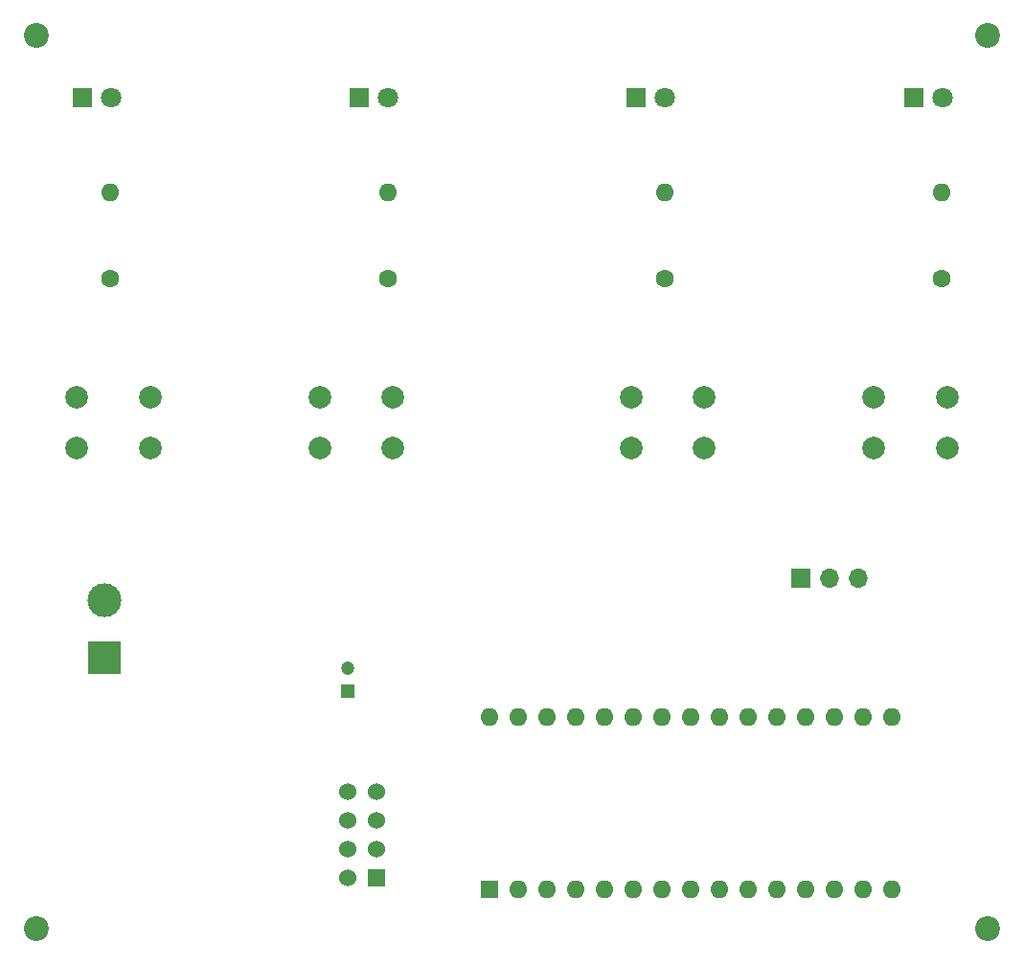
<source format=gbr>
%TF.GenerationSoftware,KiCad,Pcbnew,(5.1.10)-1*%
%TF.CreationDate,2021-11-09T21:09:32+01:00*%
%TF.ProjectId,BuzzerHost,42757a7a-6572-4486-9f73-742e6b696361,1.0*%
%TF.SameCoordinates,Original*%
%TF.FileFunction,Soldermask,Bot*%
%TF.FilePolarity,Negative*%
%FSLAX46Y46*%
G04 Gerber Fmt 4.6, Leading zero omitted, Abs format (unit mm)*
G04 Created by KiCad (PCBNEW (5.1.10)-1) date 2021-11-09 21:09:32*
%MOMM*%
%LPD*%
G01*
G04 APERTURE LIST*
%ADD10C,2.000000*%
%ADD11R,1.600000X1.600000*%
%ADD12O,1.600000X1.600000*%
%ADD13R,1.200000X1.200000*%
%ADD14C,1.200000*%
%ADD15C,1.800000*%
%ADD16R,1.800000X1.800000*%
%ADD17R,3.000000X3.000000*%
%ADD18C,3.000000*%
%ADD19R,1.700000X1.700000*%
%ADD20O,1.700000X1.700000*%
%ADD21C,1.600000*%
%ADD22R,1.524000X1.524000*%
%ADD23C,1.524000*%
%ADD24C,2.200000*%
G04 APERTURE END LIST*
D10*
%TO.C,SW1*%
X132000000Y-100000000D03*
X132000000Y-104500000D03*
X138500000Y-100000000D03*
X138500000Y-104500000D03*
%TD*%
D11*
%TO.C,A1*%
X98000000Y-143500000D03*
D12*
X131020000Y-128260000D03*
X100540000Y-143500000D03*
X128480000Y-128260000D03*
X103080000Y-143500000D03*
X125940000Y-128260000D03*
X105620000Y-143500000D03*
X123400000Y-128260000D03*
X108160000Y-143500000D03*
X120860000Y-128260000D03*
X110700000Y-143500000D03*
X118320000Y-128260000D03*
X113240000Y-143500000D03*
X115780000Y-128260000D03*
X115780000Y-143500000D03*
X113240000Y-128260000D03*
X118320000Y-143500000D03*
X110700000Y-128260000D03*
X120860000Y-143500000D03*
X108160000Y-128260000D03*
X123400000Y-143500000D03*
X105620000Y-128260000D03*
X125940000Y-143500000D03*
X103080000Y-128260000D03*
X128480000Y-143500000D03*
X100540000Y-128260000D03*
X131020000Y-143500000D03*
X98000000Y-128260000D03*
X133560000Y-143500000D03*
X133560000Y-128260000D03*
%TD*%
D13*
%TO.C,C1*%
X85500000Y-126000000D03*
D14*
X85500000Y-124000000D03*
%TD*%
D15*
%TO.C,D1*%
X138040000Y-73500000D03*
D16*
X135500000Y-73500000D03*
%TD*%
%TO.C,D2*%
X111000000Y-73500000D03*
D15*
X113540000Y-73500000D03*
%TD*%
%TO.C,D3*%
X89040000Y-73500000D03*
D16*
X86500000Y-73500000D03*
%TD*%
%TO.C,D4*%
X62000000Y-73500000D03*
D15*
X64540000Y-73500000D03*
%TD*%
D17*
%TO.C,J1*%
X64000000Y-123000000D03*
D18*
X64000000Y-117920000D03*
%TD*%
D19*
%TO.C,J2*%
X125500000Y-116000000D03*
D20*
X128040000Y-116000000D03*
X130580000Y-116000000D03*
%TD*%
D12*
%TO.C,R1*%
X138000000Y-81880000D03*
D21*
X138000000Y-89500000D03*
%TD*%
%TO.C,R2*%
X113500000Y-89500000D03*
D12*
X113500000Y-81880000D03*
%TD*%
D21*
%TO.C,R3*%
X89000000Y-89500000D03*
D12*
X89000000Y-81880000D03*
%TD*%
%TO.C,R4*%
X64500000Y-81880000D03*
D21*
X64500000Y-89500000D03*
%TD*%
D10*
%TO.C,SW2*%
X117000000Y-104500000D03*
X117000000Y-100000000D03*
X110500000Y-104500000D03*
X110500000Y-100000000D03*
%TD*%
%TO.C,SW3*%
X83000000Y-100000000D03*
X83000000Y-104500000D03*
X89500000Y-100000000D03*
X89500000Y-104500000D03*
%TD*%
%TO.C,SW4*%
X68000000Y-104500000D03*
X68000000Y-100000000D03*
X61500000Y-104500000D03*
X61500000Y-100000000D03*
%TD*%
D22*
%TO.C,U1*%
X88000000Y-142500000D03*
D23*
X85460000Y-142500000D03*
X88000000Y-139960000D03*
X85460000Y-139960000D03*
X88000000Y-137420000D03*
X85460000Y-137420000D03*
X88000000Y-134880000D03*
X85460000Y-134880000D03*
%TD*%
D24*
%TO.C,H1*%
X58000000Y-68000000D03*
%TD*%
%TO.C,H2*%
X58000000Y-147000000D03*
%TD*%
%TO.C,H3*%
X142000000Y-68000000D03*
%TD*%
%TO.C,H4*%
X142000000Y-147000000D03*
%TD*%
M02*

</source>
